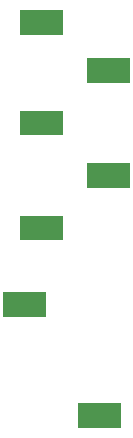
<source format=gbr>
G04 start of page 9 for group -4015 idx -4015 *
G04 Title: (unknown), toppaste *
G04 Creator: pcb 20110918 *
G04 CreationDate: Tue Sep 16 16:31:17 2014 UTC *
G04 For: fosse *
G04 Format: Gerber/RS-274X *
G04 PCB-Dimensions: 348000 372000 *
G04 PCB-Coordinate-Origin: lower left *
%MOIN*%
%FSLAX25Y25*%
%LNTOPPASTE*%
%ADD55R,0.0807X0.0807*%
G54D55*X145850Y236500D02*X152149D01*
X168350Y254000D02*X174649D01*
X145870Y271480D02*X152169D01*
X168350Y289000D02*X174649D01*
X165350Y174000D02*X171649D01*
X145850Y305000D02*X152149D01*
X140370Y210980D02*X146669D01*
M02*

</source>
